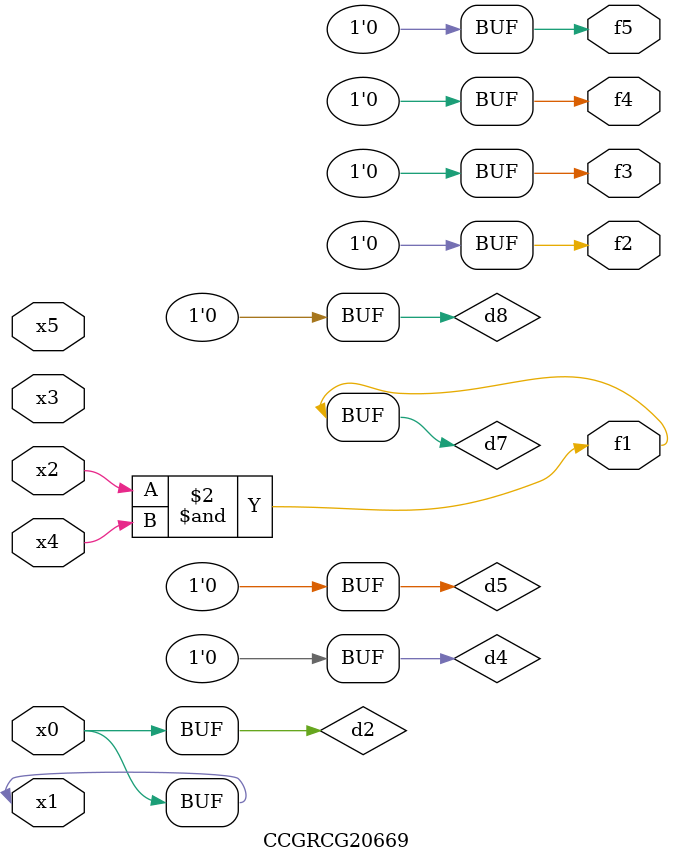
<source format=v>
module CCGRCG20669(
	input x0, x1, x2, x3, x4, x5,
	output f1, f2, f3, f4, f5
);

	wire d1, d2, d3, d4, d5, d6, d7, d8, d9;

	nand (d1, x1);
	buf (d2, x0, x1);
	nand (d3, x2, x4);
	and (d4, d1, d2);
	and (d5, d1, d2);
	nand (d6, d1, d3);
	not (d7, d3);
	xor (d8, d5);
	nor (d9, d5, d6);
	assign f1 = d7;
	assign f2 = d8;
	assign f3 = d8;
	assign f4 = d8;
	assign f5 = d8;
endmodule

</source>
